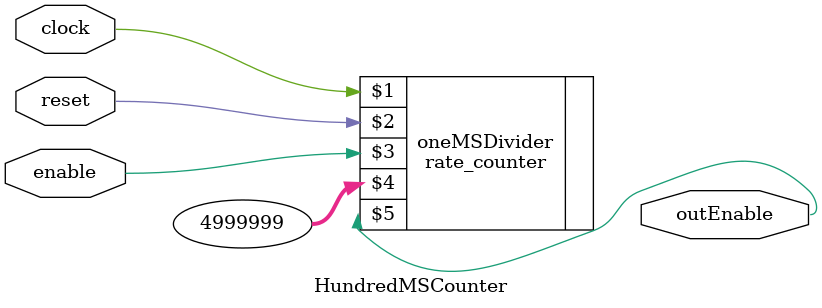
<source format=v>
`timescale 1ns/1ns
/* ECE241 FINAL PROJECT - Katelyn Lam (rev.2023-11-18)
	Module for counter to time 1s given an input clock frequency. On the De1-SoC board, this would be 50MHz.
	However, for our modelSim test cases we generated a square wave clock with a period of 2ns, and scaled
	1s -> 20ns for testing.
	
	These modules are based on our work for Lab 5 Pt.2.
	
	oneSCounter - top level module. 1s clock signal outputted through outEnable. 
	Notes:
		- Active HIGH reset
		- enable is the start input (see control module)
*/
module HundredMSCounter #(parameter CLOCK_FREQUENCY =50000000)(clock, reset, enable, outEnable);

	input clock, reset, enable;
	output outEnable;
	
	rate_counter #(.NUM_BITS($clog2(CLOCK_FREQUENCY))) oneMSDivider (clock, reset, enable, CLOCK_FREQUENCY/10-1, outEnable);
endmodule


</source>
